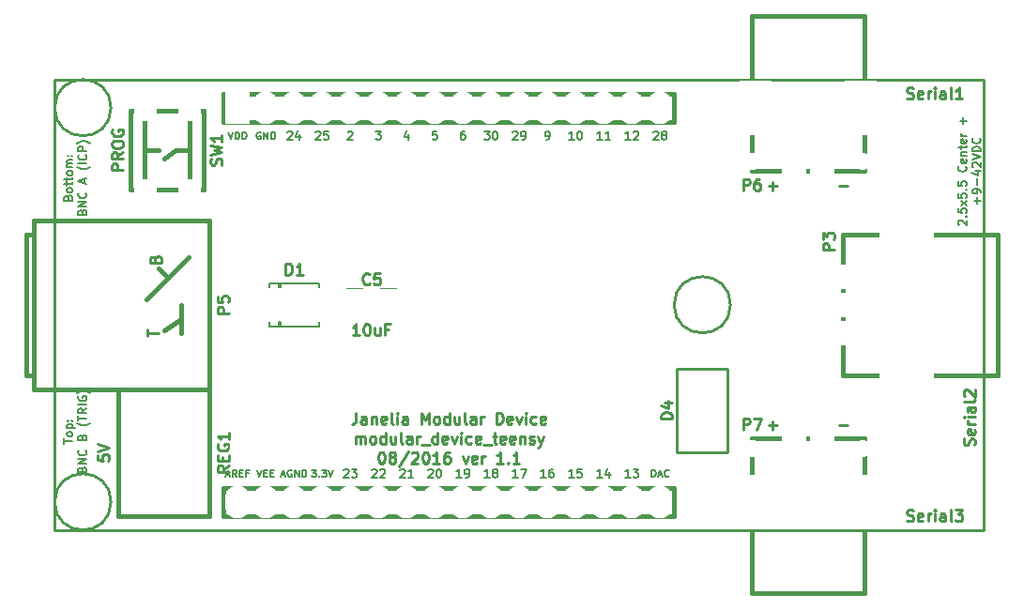
<source format=gto>
G04 #@! TF.FileFunction,Legend,Top*
%FSLAX46Y46*%
G04 Gerber Fmt 4.6, Leading zero omitted, Abs format (unit mm)*
G04 Created by KiCad (PCBNEW 4.1.0-alpha+201608010716+6997~46~ubuntu16.04.1-product) date Mon Aug  8 11:54:26 2016*
%MOMM*%
%LPD*%
G01*
G04 APERTURE LIST*
%ADD10C,0.100000*%
%ADD11C,0.228600*%
%ADD12C,0.190500*%
%ADD13C,0.254000*%
%ADD14C,0.381000*%
%ADD15C,0.127000*%
%ADD16C,0.150000*%
%ADD17C,0.158750*%
%ADD18C,1.600200*%
%ADD19R,4.591000X2.178000*%
%ADD20R,5.029200X2.997200*%
%ADD21O,2.940000X1.924000*%
%ADD22O,5.480000X3.448000*%
%ADD23O,2.432000X1.924000*%
%ADD24O,1.924000X2.432000*%
%ADD25R,1.990040X3.067000*%
%ADD26R,2.178000X4.591000*%
%ADD27R,2.997200X5.029200*%
%ADD28R,4.000000X5.160000*%
%ADD29R,1.800000X1.640000*%
%ADD30R,1.924000X2.940000*%
%ADD31O,1.924000X2.940000*%
%ADD32R,1.670000X2.940000*%
%ADD33C,2.400000*%
%ADD34C,2.600000*%
%ADD35R,3.110000X2.900000*%
%ADD36C,3.956000*%
%ADD37O,2.254200X2.940000*%
%ADD38R,2.254200X2.940000*%
G04 APERTURE END LIST*
D10*
D11*
X143510000Y-79375000D02*
X59690000Y-79375000D01*
X143510000Y-120015000D02*
X143510000Y-79375000D01*
X59690000Y-120015000D02*
X143510000Y-120015000D01*
D12*
X60542714Y-112213571D02*
X60542714Y-111778142D01*
X61304714Y-111995857D02*
X60542714Y-111995857D01*
X61304714Y-111415285D02*
X61268428Y-111487857D01*
X61232142Y-111524142D01*
X61159571Y-111560428D01*
X60941857Y-111560428D01*
X60869285Y-111524142D01*
X60833000Y-111487857D01*
X60796714Y-111415285D01*
X60796714Y-111306428D01*
X60833000Y-111233857D01*
X60869285Y-111197571D01*
X60941857Y-111161285D01*
X61159571Y-111161285D01*
X61232142Y-111197571D01*
X61268428Y-111233857D01*
X61304714Y-111306428D01*
X61304714Y-111415285D01*
X60796714Y-110834714D02*
X61558714Y-110834714D01*
X60833000Y-110834714D02*
X60796714Y-110762142D01*
X60796714Y-110617000D01*
X60833000Y-110544428D01*
X60869285Y-110508142D01*
X60941857Y-110471857D01*
X61159571Y-110471857D01*
X61232142Y-110508142D01*
X61268428Y-110544428D01*
X61304714Y-110617000D01*
X61304714Y-110762142D01*
X61268428Y-110834714D01*
X61232142Y-110145285D02*
X61268428Y-110109000D01*
X61304714Y-110145285D01*
X61268428Y-110181571D01*
X61232142Y-110145285D01*
X61304714Y-110145285D01*
X60833000Y-110145285D02*
X60869285Y-110109000D01*
X60905571Y-110145285D01*
X60869285Y-110181571D01*
X60833000Y-110145285D01*
X60905571Y-110145285D01*
X60905571Y-90024857D02*
X60941857Y-89916000D01*
X60978142Y-89879714D01*
X61050714Y-89843428D01*
X61159571Y-89843428D01*
X61232142Y-89879714D01*
X61268428Y-89916000D01*
X61304714Y-89988571D01*
X61304714Y-90278857D01*
X60542714Y-90278857D01*
X60542714Y-90024857D01*
X60579000Y-89952285D01*
X60615285Y-89916000D01*
X60687857Y-89879714D01*
X60760428Y-89879714D01*
X60833000Y-89916000D01*
X60869285Y-89952285D01*
X60905571Y-90024857D01*
X60905571Y-90278857D01*
X61304714Y-89408000D02*
X61268428Y-89480571D01*
X61232142Y-89516857D01*
X61159571Y-89553142D01*
X60941857Y-89553142D01*
X60869285Y-89516857D01*
X60833000Y-89480571D01*
X60796714Y-89408000D01*
X60796714Y-89299142D01*
X60833000Y-89226571D01*
X60869285Y-89190285D01*
X60941857Y-89154000D01*
X61159571Y-89154000D01*
X61232142Y-89190285D01*
X61268428Y-89226571D01*
X61304714Y-89299142D01*
X61304714Y-89408000D01*
X60796714Y-88936285D02*
X60796714Y-88646000D01*
X60542714Y-88827428D02*
X61195857Y-88827428D01*
X61268428Y-88791142D01*
X61304714Y-88718571D01*
X61304714Y-88646000D01*
X60796714Y-88500857D02*
X60796714Y-88210571D01*
X60542714Y-88392000D02*
X61195857Y-88392000D01*
X61268428Y-88355714D01*
X61304714Y-88283142D01*
X61304714Y-88210571D01*
X61304714Y-87847714D02*
X61268428Y-87920285D01*
X61232142Y-87956571D01*
X61159571Y-87992857D01*
X60941857Y-87992857D01*
X60869285Y-87956571D01*
X60833000Y-87920285D01*
X60796714Y-87847714D01*
X60796714Y-87738857D01*
X60833000Y-87666285D01*
X60869285Y-87630000D01*
X60941857Y-87593714D01*
X61159571Y-87593714D01*
X61232142Y-87630000D01*
X61268428Y-87666285D01*
X61304714Y-87738857D01*
X61304714Y-87847714D01*
X61304714Y-87267142D02*
X60796714Y-87267142D01*
X60869285Y-87267142D02*
X60833000Y-87230857D01*
X60796714Y-87158285D01*
X60796714Y-87049428D01*
X60833000Y-86976857D01*
X60905571Y-86940571D01*
X61304714Y-86940571D01*
X60905571Y-86940571D02*
X60833000Y-86904285D01*
X60796714Y-86831714D01*
X60796714Y-86722857D01*
X60833000Y-86650285D01*
X60905571Y-86614000D01*
X61304714Y-86614000D01*
X61232142Y-86251142D02*
X61268428Y-86214857D01*
X61304714Y-86251142D01*
X61268428Y-86287428D01*
X61232142Y-86251142D01*
X61304714Y-86251142D01*
X60833000Y-86251142D02*
X60869285Y-86214857D01*
X60905571Y-86251142D01*
X60869285Y-86287428D01*
X60833000Y-86251142D01*
X60905571Y-86251142D01*
X142929428Y-90569142D02*
X142929428Y-89988571D01*
X143219714Y-90278857D02*
X142639142Y-90278857D01*
X143219714Y-89589428D02*
X143219714Y-89444285D01*
X143183428Y-89371714D01*
X143147142Y-89335428D01*
X143038285Y-89262857D01*
X142893142Y-89226571D01*
X142602857Y-89226571D01*
X142530285Y-89262857D01*
X142494000Y-89299142D01*
X142457714Y-89371714D01*
X142457714Y-89516857D01*
X142494000Y-89589428D01*
X142530285Y-89625714D01*
X142602857Y-89662000D01*
X142784285Y-89662000D01*
X142856857Y-89625714D01*
X142893142Y-89589428D01*
X142929428Y-89516857D01*
X142929428Y-89371714D01*
X142893142Y-89299142D01*
X142856857Y-89262857D01*
X142784285Y-89226571D01*
X142929428Y-88900000D02*
X142929428Y-88319428D01*
X142711714Y-87630000D02*
X143219714Y-87630000D01*
X142421428Y-87811428D02*
X142965714Y-87992857D01*
X142965714Y-87521142D01*
X142530285Y-87267142D02*
X142494000Y-87230857D01*
X142457714Y-87158285D01*
X142457714Y-86976857D01*
X142494000Y-86904285D01*
X142530285Y-86868000D01*
X142602857Y-86831714D01*
X142675428Y-86831714D01*
X142784285Y-86868000D01*
X143219714Y-87303428D01*
X143219714Y-86831714D01*
X142457714Y-86614000D02*
X143219714Y-86360000D01*
X142457714Y-86106000D01*
X143219714Y-85852000D02*
X142457714Y-85852000D01*
X142457714Y-85670571D01*
X142494000Y-85561714D01*
X142566571Y-85489142D01*
X142639142Y-85452857D01*
X142784285Y-85416571D01*
X142893142Y-85416571D01*
X143038285Y-85452857D01*
X143110857Y-85489142D01*
X143183428Y-85561714D01*
X143219714Y-85670571D01*
X143219714Y-85852000D01*
X143147142Y-84654571D02*
X143183428Y-84690857D01*
X143219714Y-84799714D01*
X143219714Y-84872285D01*
X143183428Y-84981142D01*
X143110857Y-85053714D01*
X143038285Y-85090000D01*
X142893142Y-85126285D01*
X142784285Y-85126285D01*
X142639142Y-85090000D01*
X142566571Y-85053714D01*
X142494000Y-84981142D01*
X142457714Y-84872285D01*
X142457714Y-84799714D01*
X142494000Y-84690857D01*
X142530285Y-84654571D01*
X141260285Y-92492285D02*
X141224000Y-92456000D01*
X141187714Y-92383428D01*
X141187714Y-92202000D01*
X141224000Y-92129428D01*
X141260285Y-92093142D01*
X141332857Y-92056857D01*
X141405428Y-92056857D01*
X141514285Y-92093142D01*
X141949714Y-92528571D01*
X141949714Y-92056857D01*
X141877142Y-91730285D02*
X141913428Y-91694000D01*
X141949714Y-91730285D01*
X141913428Y-91766571D01*
X141877142Y-91730285D01*
X141949714Y-91730285D01*
X141187714Y-91004571D02*
X141187714Y-91367428D01*
X141550571Y-91403714D01*
X141514285Y-91367428D01*
X141478000Y-91294857D01*
X141478000Y-91113428D01*
X141514285Y-91040857D01*
X141550571Y-91004571D01*
X141623142Y-90968285D01*
X141804571Y-90968285D01*
X141877142Y-91004571D01*
X141913428Y-91040857D01*
X141949714Y-91113428D01*
X141949714Y-91294857D01*
X141913428Y-91367428D01*
X141877142Y-91403714D01*
X141949714Y-90714285D02*
X141441714Y-90315142D01*
X141441714Y-90714285D02*
X141949714Y-90315142D01*
X141187714Y-89662000D02*
X141187714Y-90024857D01*
X141550571Y-90061142D01*
X141514285Y-90024857D01*
X141478000Y-89952285D01*
X141478000Y-89770857D01*
X141514285Y-89698285D01*
X141550571Y-89662000D01*
X141623142Y-89625714D01*
X141804571Y-89625714D01*
X141877142Y-89662000D01*
X141913428Y-89698285D01*
X141949714Y-89770857D01*
X141949714Y-89952285D01*
X141913428Y-90024857D01*
X141877142Y-90061142D01*
X141877142Y-89299142D02*
X141913428Y-89262857D01*
X141949714Y-89299142D01*
X141913428Y-89335428D01*
X141877142Y-89299142D01*
X141949714Y-89299142D01*
X141187714Y-88573428D02*
X141187714Y-88936285D01*
X141550571Y-88972571D01*
X141514285Y-88936285D01*
X141478000Y-88863714D01*
X141478000Y-88682285D01*
X141514285Y-88609714D01*
X141550571Y-88573428D01*
X141623142Y-88537142D01*
X141804571Y-88537142D01*
X141877142Y-88573428D01*
X141913428Y-88609714D01*
X141949714Y-88682285D01*
X141949714Y-88863714D01*
X141913428Y-88936285D01*
X141877142Y-88972571D01*
X141877142Y-87194571D02*
X141913428Y-87230857D01*
X141949714Y-87339714D01*
X141949714Y-87412285D01*
X141913428Y-87521142D01*
X141840857Y-87593714D01*
X141768285Y-87630000D01*
X141623142Y-87666285D01*
X141514285Y-87666285D01*
X141369142Y-87630000D01*
X141296571Y-87593714D01*
X141224000Y-87521142D01*
X141187714Y-87412285D01*
X141187714Y-87339714D01*
X141224000Y-87230857D01*
X141260285Y-87194571D01*
X141913428Y-86577714D02*
X141949714Y-86650285D01*
X141949714Y-86795428D01*
X141913428Y-86868000D01*
X141840857Y-86904285D01*
X141550571Y-86904285D01*
X141478000Y-86868000D01*
X141441714Y-86795428D01*
X141441714Y-86650285D01*
X141478000Y-86577714D01*
X141550571Y-86541428D01*
X141623142Y-86541428D01*
X141695714Y-86904285D01*
X141441714Y-86214857D02*
X141949714Y-86214857D01*
X141514285Y-86214857D02*
X141478000Y-86178571D01*
X141441714Y-86106000D01*
X141441714Y-85997142D01*
X141478000Y-85924571D01*
X141550571Y-85888285D01*
X141949714Y-85888285D01*
X141441714Y-85634285D02*
X141441714Y-85344000D01*
X141187714Y-85525428D02*
X141840857Y-85525428D01*
X141913428Y-85489142D01*
X141949714Y-85416571D01*
X141949714Y-85344000D01*
X141913428Y-84799714D02*
X141949714Y-84872285D01*
X141949714Y-85017428D01*
X141913428Y-85090000D01*
X141840857Y-85126285D01*
X141550571Y-85126285D01*
X141478000Y-85090000D01*
X141441714Y-85017428D01*
X141441714Y-84872285D01*
X141478000Y-84799714D01*
X141550571Y-84763428D01*
X141623142Y-84763428D01*
X141695714Y-85126285D01*
X141949714Y-84436857D02*
X141441714Y-84436857D01*
X141586857Y-84436857D02*
X141514285Y-84400571D01*
X141478000Y-84364285D01*
X141441714Y-84291714D01*
X141441714Y-84219142D01*
X141659428Y-83384571D02*
X141659428Y-82804000D01*
X141949714Y-83094285D02*
X141369142Y-83094285D01*
D13*
X136573380Y-119156238D02*
X136718523Y-119204619D01*
X136960428Y-119204619D01*
X137057190Y-119156238D01*
X137105571Y-119107857D01*
X137153952Y-119011095D01*
X137153952Y-118914333D01*
X137105571Y-118817571D01*
X137057190Y-118769190D01*
X136960428Y-118720809D01*
X136766904Y-118672428D01*
X136670142Y-118624047D01*
X136621761Y-118575666D01*
X136573380Y-118478904D01*
X136573380Y-118382142D01*
X136621761Y-118285380D01*
X136670142Y-118237000D01*
X136766904Y-118188619D01*
X137008809Y-118188619D01*
X137153952Y-118237000D01*
X137976428Y-119156238D02*
X137879666Y-119204619D01*
X137686142Y-119204619D01*
X137589380Y-119156238D01*
X137541000Y-119059476D01*
X137541000Y-118672428D01*
X137589380Y-118575666D01*
X137686142Y-118527285D01*
X137879666Y-118527285D01*
X137976428Y-118575666D01*
X138024809Y-118672428D01*
X138024809Y-118769190D01*
X137541000Y-118865952D01*
X138460238Y-119204619D02*
X138460238Y-118527285D01*
X138460238Y-118720809D02*
X138508619Y-118624047D01*
X138557000Y-118575666D01*
X138653761Y-118527285D01*
X138750523Y-118527285D01*
X139089190Y-119204619D02*
X139089190Y-118527285D01*
X139089190Y-118188619D02*
X139040809Y-118237000D01*
X139089190Y-118285380D01*
X139137571Y-118237000D01*
X139089190Y-118188619D01*
X139089190Y-118285380D01*
X140008428Y-119204619D02*
X140008428Y-118672428D01*
X139960047Y-118575666D01*
X139863285Y-118527285D01*
X139669761Y-118527285D01*
X139573000Y-118575666D01*
X140008428Y-119156238D02*
X139911666Y-119204619D01*
X139669761Y-119204619D01*
X139573000Y-119156238D01*
X139524619Y-119059476D01*
X139524619Y-118962714D01*
X139573000Y-118865952D01*
X139669761Y-118817571D01*
X139911666Y-118817571D01*
X140008428Y-118769190D01*
X140637380Y-119204619D02*
X140540619Y-119156238D01*
X140492238Y-119059476D01*
X140492238Y-118188619D01*
X140927666Y-118188619D02*
X141556619Y-118188619D01*
X141217952Y-118575666D01*
X141363095Y-118575666D01*
X141459857Y-118624047D01*
X141508238Y-118672428D01*
X141556619Y-118769190D01*
X141556619Y-119011095D01*
X141508238Y-119107857D01*
X141459857Y-119156238D01*
X141363095Y-119204619D01*
X141072809Y-119204619D01*
X140976047Y-119156238D01*
X140927666Y-119107857D01*
X142651238Y-112346619D02*
X142699619Y-112201476D01*
X142699619Y-111959571D01*
X142651238Y-111862809D01*
X142602857Y-111814428D01*
X142506095Y-111766047D01*
X142409333Y-111766047D01*
X142312571Y-111814428D01*
X142264190Y-111862809D01*
X142215809Y-111959571D01*
X142167428Y-112153095D01*
X142119047Y-112249857D01*
X142070666Y-112298238D01*
X141973904Y-112346619D01*
X141877142Y-112346619D01*
X141780380Y-112298238D01*
X141732000Y-112249857D01*
X141683619Y-112153095D01*
X141683619Y-111911190D01*
X141732000Y-111766047D01*
X142651238Y-110943571D02*
X142699619Y-111040333D01*
X142699619Y-111233857D01*
X142651238Y-111330619D01*
X142554476Y-111379000D01*
X142167428Y-111379000D01*
X142070666Y-111330619D01*
X142022285Y-111233857D01*
X142022285Y-111040333D01*
X142070666Y-110943571D01*
X142167428Y-110895190D01*
X142264190Y-110895190D01*
X142360952Y-111379000D01*
X142699619Y-110459761D02*
X142022285Y-110459761D01*
X142215809Y-110459761D02*
X142119047Y-110411380D01*
X142070666Y-110363000D01*
X142022285Y-110266238D01*
X142022285Y-110169476D01*
X142699619Y-109830809D02*
X142022285Y-109830809D01*
X141683619Y-109830809D02*
X141732000Y-109879190D01*
X141780380Y-109830809D01*
X141732000Y-109782428D01*
X141683619Y-109830809D01*
X141780380Y-109830809D01*
X142699619Y-108911571D02*
X142167428Y-108911571D01*
X142070666Y-108959952D01*
X142022285Y-109056714D01*
X142022285Y-109250238D01*
X142070666Y-109347000D01*
X142651238Y-108911571D02*
X142699619Y-109008333D01*
X142699619Y-109250238D01*
X142651238Y-109347000D01*
X142554476Y-109395380D01*
X142457714Y-109395380D01*
X142360952Y-109347000D01*
X142312571Y-109250238D01*
X142312571Y-109008333D01*
X142264190Y-108911571D01*
X142699619Y-108282619D02*
X142651238Y-108379380D01*
X142554476Y-108427761D01*
X141683619Y-108427761D01*
X141780380Y-107943952D02*
X141732000Y-107895571D01*
X141683619Y-107798809D01*
X141683619Y-107556904D01*
X141732000Y-107460142D01*
X141780380Y-107411761D01*
X141877142Y-107363380D01*
X141973904Y-107363380D01*
X142119047Y-107411761D01*
X142699619Y-107992333D01*
X142699619Y-107363380D01*
X136573380Y-81056238D02*
X136718523Y-81104619D01*
X136960428Y-81104619D01*
X137057190Y-81056238D01*
X137105571Y-81007857D01*
X137153952Y-80911095D01*
X137153952Y-80814333D01*
X137105571Y-80717571D01*
X137057190Y-80669190D01*
X136960428Y-80620809D01*
X136766904Y-80572428D01*
X136670142Y-80524047D01*
X136621761Y-80475666D01*
X136573380Y-80378904D01*
X136573380Y-80282142D01*
X136621761Y-80185380D01*
X136670142Y-80137000D01*
X136766904Y-80088619D01*
X137008809Y-80088619D01*
X137153952Y-80137000D01*
X137976428Y-81056238D02*
X137879666Y-81104619D01*
X137686142Y-81104619D01*
X137589380Y-81056238D01*
X137541000Y-80959476D01*
X137541000Y-80572428D01*
X137589380Y-80475666D01*
X137686142Y-80427285D01*
X137879666Y-80427285D01*
X137976428Y-80475666D01*
X138024809Y-80572428D01*
X138024809Y-80669190D01*
X137541000Y-80765952D01*
X138460238Y-81104619D02*
X138460238Y-80427285D01*
X138460238Y-80620809D02*
X138508619Y-80524047D01*
X138557000Y-80475666D01*
X138653761Y-80427285D01*
X138750523Y-80427285D01*
X139089190Y-81104619D02*
X139089190Y-80427285D01*
X139089190Y-80088619D02*
X139040809Y-80137000D01*
X139089190Y-80185380D01*
X139137571Y-80137000D01*
X139089190Y-80088619D01*
X139089190Y-80185380D01*
X140008428Y-81104619D02*
X140008428Y-80572428D01*
X139960047Y-80475666D01*
X139863285Y-80427285D01*
X139669761Y-80427285D01*
X139573000Y-80475666D01*
X140008428Y-81056238D02*
X139911666Y-81104619D01*
X139669761Y-81104619D01*
X139573000Y-81056238D01*
X139524619Y-80959476D01*
X139524619Y-80862714D01*
X139573000Y-80765952D01*
X139669761Y-80717571D01*
X139911666Y-80717571D01*
X140008428Y-80669190D01*
X140637380Y-81104619D02*
X140540619Y-81056238D01*
X140492238Y-80959476D01*
X140492238Y-80088619D01*
X141556619Y-81104619D02*
X140976047Y-81104619D01*
X141266333Y-81104619D02*
X141266333Y-80088619D01*
X141169571Y-80233761D01*
X141072809Y-80330523D01*
X140976047Y-80378904D01*
X130422952Y-110562571D02*
X131197047Y-110562571D01*
X130422952Y-88972571D02*
X131197047Y-88972571D01*
X124072952Y-88972571D02*
X124847047Y-88972571D01*
X124460000Y-89359619D02*
X124460000Y-88585523D01*
X124072952Y-110562571D02*
X124847047Y-110562571D01*
X124460000Y-110949619D02*
X124460000Y-110175523D01*
X63578619Y-113223523D02*
X63578619Y-113707333D01*
X64062428Y-113755714D01*
X64014047Y-113707333D01*
X63965666Y-113610571D01*
X63965666Y-113368666D01*
X64014047Y-113271904D01*
X64062428Y-113223523D01*
X64159190Y-113175142D01*
X64401095Y-113175142D01*
X64497857Y-113223523D01*
X64546238Y-113271904D01*
X64594619Y-113368666D01*
X64594619Y-113610571D01*
X64546238Y-113707333D01*
X64497857Y-113755714D01*
X63578619Y-112884857D02*
X64594619Y-112546190D01*
X63578619Y-112207523D01*
X86855904Y-109425619D02*
X86855904Y-110151333D01*
X86807523Y-110296476D01*
X86710761Y-110393238D01*
X86565619Y-110441619D01*
X86468857Y-110441619D01*
X87775142Y-110441619D02*
X87775142Y-109909428D01*
X87726761Y-109812666D01*
X87630000Y-109764285D01*
X87436476Y-109764285D01*
X87339714Y-109812666D01*
X87775142Y-110393238D02*
X87678380Y-110441619D01*
X87436476Y-110441619D01*
X87339714Y-110393238D01*
X87291333Y-110296476D01*
X87291333Y-110199714D01*
X87339714Y-110102952D01*
X87436476Y-110054571D01*
X87678380Y-110054571D01*
X87775142Y-110006190D01*
X88258952Y-109764285D02*
X88258952Y-110441619D01*
X88258952Y-109861047D02*
X88307333Y-109812666D01*
X88404095Y-109764285D01*
X88549238Y-109764285D01*
X88646000Y-109812666D01*
X88694380Y-109909428D01*
X88694380Y-110441619D01*
X89565238Y-110393238D02*
X89468476Y-110441619D01*
X89274952Y-110441619D01*
X89178190Y-110393238D01*
X89129809Y-110296476D01*
X89129809Y-109909428D01*
X89178190Y-109812666D01*
X89274952Y-109764285D01*
X89468476Y-109764285D01*
X89565238Y-109812666D01*
X89613619Y-109909428D01*
X89613619Y-110006190D01*
X89129809Y-110102952D01*
X90194190Y-110441619D02*
X90097428Y-110393238D01*
X90049047Y-110296476D01*
X90049047Y-109425619D01*
X90581238Y-110441619D02*
X90581238Y-109764285D01*
X90581238Y-109425619D02*
X90532857Y-109474000D01*
X90581238Y-109522380D01*
X90629619Y-109474000D01*
X90581238Y-109425619D01*
X90581238Y-109522380D01*
X91500476Y-110441619D02*
X91500476Y-109909428D01*
X91452095Y-109812666D01*
X91355333Y-109764285D01*
X91161809Y-109764285D01*
X91065047Y-109812666D01*
X91500476Y-110393238D02*
X91403714Y-110441619D01*
X91161809Y-110441619D01*
X91065047Y-110393238D01*
X91016666Y-110296476D01*
X91016666Y-110199714D01*
X91065047Y-110102952D01*
X91161809Y-110054571D01*
X91403714Y-110054571D01*
X91500476Y-110006190D01*
X92758380Y-110441619D02*
X92758380Y-109425619D01*
X93097047Y-110151333D01*
X93435714Y-109425619D01*
X93435714Y-110441619D01*
X94064666Y-110441619D02*
X93967904Y-110393238D01*
X93919523Y-110344857D01*
X93871142Y-110248095D01*
X93871142Y-109957809D01*
X93919523Y-109861047D01*
X93967904Y-109812666D01*
X94064666Y-109764285D01*
X94209809Y-109764285D01*
X94306571Y-109812666D01*
X94354952Y-109861047D01*
X94403333Y-109957809D01*
X94403333Y-110248095D01*
X94354952Y-110344857D01*
X94306571Y-110393238D01*
X94209809Y-110441619D01*
X94064666Y-110441619D01*
X95274190Y-110441619D02*
X95274190Y-109425619D01*
X95274190Y-110393238D02*
X95177428Y-110441619D01*
X94983904Y-110441619D01*
X94887142Y-110393238D01*
X94838761Y-110344857D01*
X94790380Y-110248095D01*
X94790380Y-109957809D01*
X94838761Y-109861047D01*
X94887142Y-109812666D01*
X94983904Y-109764285D01*
X95177428Y-109764285D01*
X95274190Y-109812666D01*
X96193428Y-109764285D02*
X96193428Y-110441619D01*
X95758000Y-109764285D02*
X95758000Y-110296476D01*
X95806380Y-110393238D01*
X95903142Y-110441619D01*
X96048285Y-110441619D01*
X96145047Y-110393238D01*
X96193428Y-110344857D01*
X96822380Y-110441619D02*
X96725619Y-110393238D01*
X96677238Y-110296476D01*
X96677238Y-109425619D01*
X97644857Y-110441619D02*
X97644857Y-109909428D01*
X97596476Y-109812666D01*
X97499714Y-109764285D01*
X97306190Y-109764285D01*
X97209428Y-109812666D01*
X97644857Y-110393238D02*
X97548095Y-110441619D01*
X97306190Y-110441619D01*
X97209428Y-110393238D01*
X97161047Y-110296476D01*
X97161047Y-110199714D01*
X97209428Y-110102952D01*
X97306190Y-110054571D01*
X97548095Y-110054571D01*
X97644857Y-110006190D01*
X98128666Y-110441619D02*
X98128666Y-109764285D01*
X98128666Y-109957809D02*
X98177047Y-109861047D01*
X98225428Y-109812666D01*
X98322190Y-109764285D01*
X98418952Y-109764285D01*
X99531714Y-110441619D02*
X99531714Y-109425619D01*
X99773619Y-109425619D01*
X99918761Y-109474000D01*
X100015523Y-109570761D01*
X100063904Y-109667523D01*
X100112285Y-109861047D01*
X100112285Y-110006190D01*
X100063904Y-110199714D01*
X100015523Y-110296476D01*
X99918761Y-110393238D01*
X99773619Y-110441619D01*
X99531714Y-110441619D01*
X100934761Y-110393238D02*
X100838000Y-110441619D01*
X100644476Y-110441619D01*
X100547714Y-110393238D01*
X100499333Y-110296476D01*
X100499333Y-109909428D01*
X100547714Y-109812666D01*
X100644476Y-109764285D01*
X100838000Y-109764285D01*
X100934761Y-109812666D01*
X100983142Y-109909428D01*
X100983142Y-110006190D01*
X100499333Y-110102952D01*
X101321809Y-109764285D02*
X101563714Y-110441619D01*
X101805619Y-109764285D01*
X102192666Y-110441619D02*
X102192666Y-109764285D01*
X102192666Y-109425619D02*
X102144285Y-109474000D01*
X102192666Y-109522380D01*
X102241047Y-109474000D01*
X102192666Y-109425619D01*
X102192666Y-109522380D01*
X103111904Y-110393238D02*
X103015142Y-110441619D01*
X102821619Y-110441619D01*
X102724857Y-110393238D01*
X102676476Y-110344857D01*
X102628095Y-110248095D01*
X102628095Y-109957809D01*
X102676476Y-109861047D01*
X102724857Y-109812666D01*
X102821619Y-109764285D01*
X103015142Y-109764285D01*
X103111904Y-109812666D01*
X103934380Y-110393238D02*
X103837619Y-110441619D01*
X103644095Y-110441619D01*
X103547333Y-110393238D01*
X103498952Y-110296476D01*
X103498952Y-109909428D01*
X103547333Y-109812666D01*
X103644095Y-109764285D01*
X103837619Y-109764285D01*
X103934380Y-109812666D01*
X103982761Y-109909428D01*
X103982761Y-110006190D01*
X103498952Y-110102952D01*
X86807523Y-112219619D02*
X86807523Y-111542285D01*
X86807523Y-111639047D02*
X86855904Y-111590666D01*
X86952666Y-111542285D01*
X87097809Y-111542285D01*
X87194571Y-111590666D01*
X87242952Y-111687428D01*
X87242952Y-112219619D01*
X87242952Y-111687428D02*
X87291333Y-111590666D01*
X87388095Y-111542285D01*
X87533238Y-111542285D01*
X87630000Y-111590666D01*
X87678380Y-111687428D01*
X87678380Y-112219619D01*
X88307333Y-112219619D02*
X88210571Y-112171238D01*
X88162190Y-112122857D01*
X88113809Y-112026095D01*
X88113809Y-111735809D01*
X88162190Y-111639047D01*
X88210571Y-111590666D01*
X88307333Y-111542285D01*
X88452476Y-111542285D01*
X88549238Y-111590666D01*
X88597619Y-111639047D01*
X88646000Y-111735809D01*
X88646000Y-112026095D01*
X88597619Y-112122857D01*
X88549238Y-112171238D01*
X88452476Y-112219619D01*
X88307333Y-112219619D01*
X89516857Y-112219619D02*
X89516857Y-111203619D01*
X89516857Y-112171238D02*
X89420095Y-112219619D01*
X89226571Y-112219619D01*
X89129809Y-112171238D01*
X89081428Y-112122857D01*
X89033047Y-112026095D01*
X89033047Y-111735809D01*
X89081428Y-111639047D01*
X89129809Y-111590666D01*
X89226571Y-111542285D01*
X89420095Y-111542285D01*
X89516857Y-111590666D01*
X90436095Y-111542285D02*
X90436095Y-112219619D01*
X90000666Y-111542285D02*
X90000666Y-112074476D01*
X90049047Y-112171238D01*
X90145809Y-112219619D01*
X90290952Y-112219619D01*
X90387714Y-112171238D01*
X90436095Y-112122857D01*
X91065047Y-112219619D02*
X90968285Y-112171238D01*
X90919904Y-112074476D01*
X90919904Y-111203619D01*
X91887523Y-112219619D02*
X91887523Y-111687428D01*
X91839142Y-111590666D01*
X91742380Y-111542285D01*
X91548857Y-111542285D01*
X91452095Y-111590666D01*
X91887523Y-112171238D02*
X91790761Y-112219619D01*
X91548857Y-112219619D01*
X91452095Y-112171238D01*
X91403714Y-112074476D01*
X91403714Y-111977714D01*
X91452095Y-111880952D01*
X91548857Y-111832571D01*
X91790761Y-111832571D01*
X91887523Y-111784190D01*
X92371333Y-112219619D02*
X92371333Y-111542285D01*
X92371333Y-111735809D02*
X92419714Y-111639047D01*
X92468095Y-111590666D01*
X92564857Y-111542285D01*
X92661619Y-111542285D01*
X92758380Y-112316380D02*
X93532476Y-112316380D01*
X94209809Y-112219619D02*
X94209809Y-111203619D01*
X94209809Y-112171238D02*
X94113047Y-112219619D01*
X93919523Y-112219619D01*
X93822761Y-112171238D01*
X93774380Y-112122857D01*
X93726000Y-112026095D01*
X93726000Y-111735809D01*
X93774380Y-111639047D01*
X93822761Y-111590666D01*
X93919523Y-111542285D01*
X94113047Y-111542285D01*
X94209809Y-111590666D01*
X95080666Y-112171238D02*
X94983904Y-112219619D01*
X94790380Y-112219619D01*
X94693619Y-112171238D01*
X94645238Y-112074476D01*
X94645238Y-111687428D01*
X94693619Y-111590666D01*
X94790380Y-111542285D01*
X94983904Y-111542285D01*
X95080666Y-111590666D01*
X95129047Y-111687428D01*
X95129047Y-111784190D01*
X94645238Y-111880952D01*
X95467714Y-111542285D02*
X95709619Y-112219619D01*
X95951523Y-111542285D01*
X96338571Y-112219619D02*
X96338571Y-111542285D01*
X96338571Y-111203619D02*
X96290190Y-111252000D01*
X96338571Y-111300380D01*
X96386952Y-111252000D01*
X96338571Y-111203619D01*
X96338571Y-111300380D01*
X97257809Y-112171238D02*
X97161047Y-112219619D01*
X96967523Y-112219619D01*
X96870761Y-112171238D01*
X96822380Y-112122857D01*
X96774000Y-112026095D01*
X96774000Y-111735809D01*
X96822380Y-111639047D01*
X96870761Y-111590666D01*
X96967523Y-111542285D01*
X97161047Y-111542285D01*
X97257809Y-111590666D01*
X98080285Y-112171238D02*
X97983523Y-112219619D01*
X97790000Y-112219619D01*
X97693238Y-112171238D01*
X97644857Y-112074476D01*
X97644857Y-111687428D01*
X97693238Y-111590666D01*
X97790000Y-111542285D01*
X97983523Y-111542285D01*
X98080285Y-111590666D01*
X98128666Y-111687428D01*
X98128666Y-111784190D01*
X97644857Y-111880952D01*
X98322190Y-112316380D02*
X99096285Y-112316380D01*
X99193047Y-111542285D02*
X99580095Y-111542285D01*
X99338190Y-111203619D02*
X99338190Y-112074476D01*
X99386571Y-112171238D01*
X99483333Y-112219619D01*
X99580095Y-112219619D01*
X100305809Y-112171238D02*
X100209047Y-112219619D01*
X100015523Y-112219619D01*
X99918761Y-112171238D01*
X99870380Y-112074476D01*
X99870380Y-111687428D01*
X99918761Y-111590666D01*
X100015523Y-111542285D01*
X100209047Y-111542285D01*
X100305809Y-111590666D01*
X100354190Y-111687428D01*
X100354190Y-111784190D01*
X99870380Y-111880952D01*
X101176666Y-112171238D02*
X101079904Y-112219619D01*
X100886380Y-112219619D01*
X100789619Y-112171238D01*
X100741238Y-112074476D01*
X100741238Y-111687428D01*
X100789619Y-111590666D01*
X100886380Y-111542285D01*
X101079904Y-111542285D01*
X101176666Y-111590666D01*
X101225047Y-111687428D01*
X101225047Y-111784190D01*
X100741238Y-111880952D01*
X101660476Y-111542285D02*
X101660476Y-112219619D01*
X101660476Y-111639047D02*
X101708857Y-111590666D01*
X101805619Y-111542285D01*
X101950761Y-111542285D01*
X102047523Y-111590666D01*
X102095904Y-111687428D01*
X102095904Y-112219619D01*
X102531333Y-112171238D02*
X102628095Y-112219619D01*
X102821619Y-112219619D01*
X102918380Y-112171238D01*
X102966761Y-112074476D01*
X102966761Y-112026095D01*
X102918380Y-111929333D01*
X102821619Y-111880952D01*
X102676476Y-111880952D01*
X102579714Y-111832571D01*
X102531333Y-111735809D01*
X102531333Y-111687428D01*
X102579714Y-111590666D01*
X102676476Y-111542285D01*
X102821619Y-111542285D01*
X102918380Y-111590666D01*
X103305428Y-111542285D02*
X103547333Y-112219619D01*
X103789238Y-111542285D02*
X103547333Y-112219619D01*
X103450571Y-112461523D01*
X103402190Y-112509904D01*
X103305428Y-112558285D01*
X89129809Y-112981619D02*
X89226571Y-112981619D01*
X89323333Y-113030000D01*
X89371714Y-113078380D01*
X89420095Y-113175142D01*
X89468476Y-113368666D01*
X89468476Y-113610571D01*
X89420095Y-113804095D01*
X89371714Y-113900857D01*
X89323333Y-113949238D01*
X89226571Y-113997619D01*
X89129809Y-113997619D01*
X89033047Y-113949238D01*
X88984666Y-113900857D01*
X88936285Y-113804095D01*
X88887904Y-113610571D01*
X88887904Y-113368666D01*
X88936285Y-113175142D01*
X88984666Y-113078380D01*
X89033047Y-113030000D01*
X89129809Y-112981619D01*
X90049047Y-113417047D02*
X89952285Y-113368666D01*
X89903904Y-113320285D01*
X89855523Y-113223523D01*
X89855523Y-113175142D01*
X89903904Y-113078380D01*
X89952285Y-113030000D01*
X90049047Y-112981619D01*
X90242571Y-112981619D01*
X90339333Y-113030000D01*
X90387714Y-113078380D01*
X90436095Y-113175142D01*
X90436095Y-113223523D01*
X90387714Y-113320285D01*
X90339333Y-113368666D01*
X90242571Y-113417047D01*
X90049047Y-113417047D01*
X89952285Y-113465428D01*
X89903904Y-113513809D01*
X89855523Y-113610571D01*
X89855523Y-113804095D01*
X89903904Y-113900857D01*
X89952285Y-113949238D01*
X90049047Y-113997619D01*
X90242571Y-113997619D01*
X90339333Y-113949238D01*
X90387714Y-113900857D01*
X90436095Y-113804095D01*
X90436095Y-113610571D01*
X90387714Y-113513809D01*
X90339333Y-113465428D01*
X90242571Y-113417047D01*
X91597238Y-112933238D02*
X90726380Y-114239523D01*
X91887523Y-113078380D02*
X91935904Y-113030000D01*
X92032666Y-112981619D01*
X92274571Y-112981619D01*
X92371333Y-113030000D01*
X92419714Y-113078380D01*
X92468095Y-113175142D01*
X92468095Y-113271904D01*
X92419714Y-113417047D01*
X91839142Y-113997619D01*
X92468095Y-113997619D01*
X93097047Y-112981619D02*
X93193809Y-112981619D01*
X93290571Y-113030000D01*
X93338952Y-113078380D01*
X93387333Y-113175142D01*
X93435714Y-113368666D01*
X93435714Y-113610571D01*
X93387333Y-113804095D01*
X93338952Y-113900857D01*
X93290571Y-113949238D01*
X93193809Y-113997619D01*
X93097047Y-113997619D01*
X93000285Y-113949238D01*
X92951904Y-113900857D01*
X92903523Y-113804095D01*
X92855142Y-113610571D01*
X92855142Y-113368666D01*
X92903523Y-113175142D01*
X92951904Y-113078380D01*
X93000285Y-113030000D01*
X93097047Y-112981619D01*
X94403333Y-113997619D02*
X93822761Y-113997619D01*
X94113047Y-113997619D02*
X94113047Y-112981619D01*
X94016285Y-113126761D01*
X93919523Y-113223523D01*
X93822761Y-113271904D01*
X95274190Y-112981619D02*
X95080666Y-112981619D01*
X94983904Y-113030000D01*
X94935523Y-113078380D01*
X94838761Y-113223523D01*
X94790380Y-113417047D01*
X94790380Y-113804095D01*
X94838761Y-113900857D01*
X94887142Y-113949238D01*
X94983904Y-113997619D01*
X95177428Y-113997619D01*
X95274190Y-113949238D01*
X95322571Y-113900857D01*
X95370952Y-113804095D01*
X95370952Y-113562190D01*
X95322571Y-113465428D01*
X95274190Y-113417047D01*
X95177428Y-113368666D01*
X94983904Y-113368666D01*
X94887142Y-113417047D01*
X94838761Y-113465428D01*
X94790380Y-113562190D01*
X96483714Y-113320285D02*
X96725619Y-113997619D01*
X96967523Y-113320285D01*
X97741619Y-113949238D02*
X97644857Y-113997619D01*
X97451333Y-113997619D01*
X97354571Y-113949238D01*
X97306190Y-113852476D01*
X97306190Y-113465428D01*
X97354571Y-113368666D01*
X97451333Y-113320285D01*
X97644857Y-113320285D01*
X97741619Y-113368666D01*
X97790000Y-113465428D01*
X97790000Y-113562190D01*
X97306190Y-113658952D01*
X98225428Y-113997619D02*
X98225428Y-113320285D01*
X98225428Y-113513809D02*
X98273809Y-113417047D01*
X98322190Y-113368666D01*
X98418952Y-113320285D01*
X98515714Y-113320285D01*
X100160666Y-113997619D02*
X99580095Y-113997619D01*
X99870380Y-113997619D02*
X99870380Y-112981619D01*
X99773619Y-113126761D01*
X99676857Y-113223523D01*
X99580095Y-113271904D01*
X100596095Y-113900857D02*
X100644476Y-113949238D01*
X100596095Y-113997619D01*
X100547714Y-113949238D01*
X100596095Y-113900857D01*
X100596095Y-113997619D01*
X101612095Y-113997619D02*
X101031523Y-113997619D01*
X101321809Y-113997619D02*
X101321809Y-112981619D01*
X101225047Y-113126761D01*
X101128285Y-113223523D01*
X101031523Y-113271904D01*
D11*
X59690000Y-79375000D02*
X59690000Y-120015000D01*
D14*
X144780000Y-93345000D02*
X144780000Y-106045000D01*
X144780000Y-106045000D02*
X130810000Y-106045000D01*
X144780000Y-93345000D02*
X130810000Y-93345000D01*
X130810000Y-93345000D02*
X130810000Y-106045000D01*
X65405000Y-118745000D02*
X73660000Y-118745000D01*
X73660000Y-118745000D02*
X73660000Y-107315000D01*
X73660000Y-107315000D02*
X65405000Y-107315000D01*
X65405000Y-107315000D02*
X65405000Y-118745000D01*
X69850000Y-97155000D02*
X69088000Y-96393000D01*
X71120000Y-100965000D02*
X69596000Y-101981000D01*
X57785000Y-106045000D02*
X57150000Y-106045000D01*
X57150000Y-106045000D02*
X57150000Y-93345000D01*
X57150000Y-93345000D02*
X57785000Y-93345000D01*
X57785000Y-107315000D02*
X73660000Y-107315000D01*
X73660000Y-107315000D02*
X73660000Y-92075000D01*
X73660000Y-92075000D02*
X57785000Y-92075000D01*
X57785000Y-92075000D02*
X57785000Y-107315000D01*
X71755000Y-95377000D02*
X67945000Y-99187000D01*
X71120000Y-99695000D02*
X71120000Y-102235000D01*
X70612000Y-85725000D02*
X69596000Y-86487000D01*
X71882000Y-85725000D02*
X70612000Y-85725000D01*
X67818000Y-85725000D02*
X69088000Y-85725000D01*
X71882000Y-88265000D02*
X71882000Y-83185000D01*
X67818000Y-88265000D02*
X67818000Y-83185000D01*
X66548000Y-89281000D02*
X73152000Y-89281000D01*
X73152000Y-89281000D02*
X73152000Y-82169000D01*
X73152000Y-82169000D02*
X66548000Y-82169000D01*
X66548000Y-82169000D02*
X66548000Y-89281000D01*
X122555000Y-73660000D02*
X132715000Y-73660000D01*
X132715000Y-73660000D02*
X132715000Y-87630000D01*
X122555000Y-73660000D02*
X122555000Y-87630000D01*
X122555000Y-87630000D02*
X132715000Y-87630000D01*
X132715000Y-125730000D02*
X122555000Y-125730000D01*
X122555000Y-125730000D02*
X122555000Y-111760000D01*
X132715000Y-125730000D02*
X132715000Y-111760000D01*
X132715000Y-111760000D02*
X122555000Y-111760000D01*
D11*
X115810000Y-105470000D02*
X120410000Y-105470000D01*
X120410000Y-105470000D02*
X120410000Y-112970000D01*
X120410000Y-112970000D02*
X115810000Y-112970000D01*
X115810000Y-112970000D02*
X115810000Y-105470000D01*
D15*
X87503000Y-98298000D02*
X85979000Y-98298000D01*
X85979000Y-98298000D02*
X85979000Y-101092000D01*
X85979000Y-101092000D02*
X87503000Y-101092000D01*
X89027000Y-101092000D02*
X90551000Y-101092000D01*
X90551000Y-101092000D02*
X90551000Y-98298000D01*
X90551000Y-98298000D02*
X89027000Y-98298000D01*
D16*
X79030000Y-97745000D02*
X79030000Y-98145000D01*
X79030000Y-101645000D02*
X79030000Y-101245000D01*
X83530000Y-101645000D02*
X83530000Y-101245000D01*
X83530000Y-97745000D02*
X83530000Y-98145000D01*
X79930000Y-101645000D02*
X79930000Y-101245000D01*
X79930000Y-101245000D02*
X80080000Y-101245000D01*
X80080000Y-101245000D02*
X80080000Y-101645000D01*
X79930000Y-97745000D02*
X79930000Y-98145000D01*
X79930000Y-98145000D02*
X80080000Y-98145000D01*
X80080000Y-98145000D02*
X80080000Y-97745000D01*
X79030000Y-97745000D02*
X83530000Y-97745000D01*
X83530000Y-101645000D02*
X79030000Y-101645000D01*
D11*
X64770000Y-81915000D02*
G75*
G03X64770000Y-81915000I-2540000J0D01*
G01*
X64770000Y-117475000D02*
G75*
G03X64770000Y-117475000I-2540000J0D01*
G01*
X120650000Y-99695000D02*
G75*
G03X120650000Y-99695000I-2540000J0D01*
G01*
D14*
X74930000Y-116205000D02*
X74930000Y-118745000D01*
X74930000Y-118745000D02*
X115570000Y-118745000D01*
X115570000Y-118745000D02*
X115570000Y-116205000D01*
X115570000Y-116205000D02*
X74930000Y-116205000D01*
X74930000Y-80645000D02*
X74930000Y-83185000D01*
X74930000Y-83185000D02*
X115570000Y-83185000D01*
X115570000Y-83185000D02*
X115570000Y-80645000D01*
X115570000Y-80645000D02*
X74930000Y-80645000D01*
D13*
X129999619Y-94729904D02*
X128983619Y-94729904D01*
X128983619Y-94342857D01*
X129032000Y-94246095D01*
X129080380Y-94197714D01*
X129177142Y-94149333D01*
X129322285Y-94149333D01*
X129419047Y-94197714D01*
X129467428Y-94246095D01*
X129515809Y-94342857D01*
X129515809Y-94729904D01*
X128983619Y-93810666D02*
X128983619Y-93181714D01*
X129370666Y-93520380D01*
X129370666Y-93375238D01*
X129419047Y-93278476D01*
X129467428Y-93230095D01*
X129564190Y-93181714D01*
X129806095Y-93181714D01*
X129902857Y-93230095D01*
X129951238Y-93278476D01*
X129999619Y-93375238D01*
X129999619Y-93665523D01*
X129951238Y-93762285D01*
X129902857Y-93810666D01*
X75389619Y-114166952D02*
X74905809Y-114505619D01*
X75389619Y-114747523D02*
X74373619Y-114747523D01*
X74373619Y-114360476D01*
X74422000Y-114263714D01*
X74470380Y-114215333D01*
X74567142Y-114166952D01*
X74712285Y-114166952D01*
X74809047Y-114215333D01*
X74857428Y-114263714D01*
X74905809Y-114360476D01*
X74905809Y-114747523D01*
X74857428Y-113731523D02*
X74857428Y-113392857D01*
X75389619Y-113247714D02*
X75389619Y-113731523D01*
X74373619Y-113731523D01*
X74373619Y-113247714D01*
X74422000Y-112280095D02*
X74373619Y-112376857D01*
X74373619Y-112522000D01*
X74422000Y-112667142D01*
X74518761Y-112763904D01*
X74615523Y-112812285D01*
X74809047Y-112860666D01*
X74954190Y-112860666D01*
X75147714Y-112812285D01*
X75244476Y-112763904D01*
X75341238Y-112667142D01*
X75389619Y-112522000D01*
X75389619Y-112425238D01*
X75341238Y-112280095D01*
X75292857Y-112231714D01*
X74954190Y-112231714D01*
X74954190Y-112425238D01*
X75389619Y-111264095D02*
X75389619Y-111844666D01*
X75389619Y-111554380D02*
X74373619Y-111554380D01*
X74518761Y-111651142D01*
X74615523Y-111747904D01*
X74663904Y-111844666D01*
X75389619Y-100444904D02*
X74373619Y-100444904D01*
X74373619Y-100057857D01*
X74422000Y-99961095D01*
X74470380Y-99912714D01*
X74567142Y-99864333D01*
X74712285Y-99864333D01*
X74809047Y-99912714D01*
X74857428Y-99961095D01*
X74905809Y-100057857D01*
X74905809Y-100444904D01*
X74373619Y-98945095D02*
X74373619Y-99428904D01*
X74857428Y-99477285D01*
X74809047Y-99428904D01*
X74760666Y-99332142D01*
X74760666Y-99090238D01*
X74809047Y-98993476D01*
X74857428Y-98945095D01*
X74954190Y-98896714D01*
X75196095Y-98896714D01*
X75292857Y-98945095D01*
X75341238Y-98993476D01*
X75389619Y-99090238D01*
X75389619Y-99332142D01*
X75341238Y-99428904D01*
X75292857Y-99477285D01*
D12*
X62175571Y-114554000D02*
X62211857Y-114445142D01*
X62248142Y-114408857D01*
X62320714Y-114372571D01*
X62429571Y-114372571D01*
X62502142Y-114408857D01*
X62538428Y-114445142D01*
X62574714Y-114517714D01*
X62574714Y-114808000D01*
X61812714Y-114808000D01*
X61812714Y-114554000D01*
X61849000Y-114481428D01*
X61885285Y-114445142D01*
X61957857Y-114408857D01*
X62030428Y-114408857D01*
X62103000Y-114445142D01*
X62139285Y-114481428D01*
X62175571Y-114554000D01*
X62175571Y-114808000D01*
X62574714Y-114046000D02*
X61812714Y-114046000D01*
X62574714Y-113610571D01*
X61812714Y-113610571D01*
X62502142Y-112812285D02*
X62538428Y-112848571D01*
X62574714Y-112957428D01*
X62574714Y-113030000D01*
X62538428Y-113138857D01*
X62465857Y-113211428D01*
X62393285Y-113247714D01*
X62248142Y-113284000D01*
X62139285Y-113284000D01*
X61994142Y-113247714D01*
X61921571Y-113211428D01*
X61849000Y-113138857D01*
X61812714Y-113030000D01*
X61812714Y-112957428D01*
X61849000Y-112848571D01*
X61885285Y-112812285D01*
X62175571Y-111651142D02*
X62211857Y-111542285D01*
X62248142Y-111506000D01*
X62320714Y-111469714D01*
X62429571Y-111469714D01*
X62502142Y-111506000D01*
X62538428Y-111542285D01*
X62574714Y-111614857D01*
X62574714Y-111905142D01*
X61812714Y-111905142D01*
X61812714Y-111651142D01*
X61849000Y-111578571D01*
X61885285Y-111542285D01*
X61957857Y-111506000D01*
X62030428Y-111506000D01*
X62103000Y-111542285D01*
X62139285Y-111578571D01*
X62175571Y-111651142D01*
X62175571Y-111905142D01*
X62865000Y-110344857D02*
X62828714Y-110381142D01*
X62719857Y-110453714D01*
X62647285Y-110490000D01*
X62538428Y-110526285D01*
X62357000Y-110562571D01*
X62211857Y-110562571D01*
X62030428Y-110526285D01*
X61921571Y-110490000D01*
X61849000Y-110453714D01*
X61740142Y-110381142D01*
X61703857Y-110344857D01*
X61812714Y-110163428D02*
X61812714Y-109728000D01*
X62574714Y-109945714D02*
X61812714Y-109945714D01*
X62574714Y-109038571D02*
X62211857Y-109292571D01*
X62574714Y-109474000D02*
X61812714Y-109474000D01*
X61812714Y-109183714D01*
X61849000Y-109111142D01*
X61885285Y-109074857D01*
X61957857Y-109038571D01*
X62066714Y-109038571D01*
X62139285Y-109074857D01*
X62175571Y-109111142D01*
X62211857Y-109183714D01*
X62211857Y-109474000D01*
X62574714Y-108712000D02*
X61812714Y-108712000D01*
X61849000Y-107950000D02*
X61812714Y-108022571D01*
X61812714Y-108131428D01*
X61849000Y-108240285D01*
X61921571Y-108312857D01*
X61994142Y-108349142D01*
X62139285Y-108385428D01*
X62248142Y-108385428D01*
X62393285Y-108349142D01*
X62465857Y-108312857D01*
X62538428Y-108240285D01*
X62574714Y-108131428D01*
X62574714Y-108058857D01*
X62538428Y-107950000D01*
X62502142Y-107913714D01*
X62248142Y-107913714D01*
X62248142Y-108058857D01*
X62865000Y-107659714D02*
X62828714Y-107623428D01*
X62719857Y-107550857D01*
X62647285Y-107514571D01*
X62538428Y-107478285D01*
X62357000Y-107442000D01*
X62211857Y-107442000D01*
X62030428Y-107478285D01*
X61921571Y-107514571D01*
X61849000Y-107550857D01*
X61740142Y-107623428D01*
X61703857Y-107659714D01*
X62175571Y-91349285D02*
X62211857Y-91240428D01*
X62248142Y-91204142D01*
X62320714Y-91167857D01*
X62429571Y-91167857D01*
X62502142Y-91204142D01*
X62538428Y-91240428D01*
X62574714Y-91313000D01*
X62574714Y-91603285D01*
X61812714Y-91603285D01*
X61812714Y-91349285D01*
X61849000Y-91276714D01*
X61885285Y-91240428D01*
X61957857Y-91204142D01*
X62030428Y-91204142D01*
X62103000Y-91240428D01*
X62139285Y-91276714D01*
X62175571Y-91349285D01*
X62175571Y-91603285D01*
X62574714Y-90841285D02*
X61812714Y-90841285D01*
X62574714Y-90405857D01*
X61812714Y-90405857D01*
X62502142Y-89607571D02*
X62538428Y-89643857D01*
X62574714Y-89752714D01*
X62574714Y-89825285D01*
X62538428Y-89934142D01*
X62465857Y-90006714D01*
X62393285Y-90043000D01*
X62248142Y-90079285D01*
X62139285Y-90079285D01*
X61994142Y-90043000D01*
X61921571Y-90006714D01*
X61849000Y-89934142D01*
X61812714Y-89825285D01*
X61812714Y-89752714D01*
X61849000Y-89643857D01*
X61885285Y-89607571D01*
X62357000Y-88736714D02*
X62357000Y-88373857D01*
X62574714Y-88809285D02*
X61812714Y-88555285D01*
X62574714Y-88301285D01*
X62865000Y-87249000D02*
X62828714Y-87285285D01*
X62719857Y-87357857D01*
X62647285Y-87394142D01*
X62538428Y-87430428D01*
X62357000Y-87466714D01*
X62211857Y-87466714D01*
X62030428Y-87430428D01*
X61921571Y-87394142D01*
X61849000Y-87357857D01*
X61740142Y-87285285D01*
X61703857Y-87249000D01*
X62574714Y-86958714D02*
X61812714Y-86958714D01*
X62502142Y-86160428D02*
X62538428Y-86196714D01*
X62574714Y-86305571D01*
X62574714Y-86378142D01*
X62538428Y-86487000D01*
X62465857Y-86559571D01*
X62393285Y-86595857D01*
X62248142Y-86632142D01*
X62139285Y-86632142D01*
X61994142Y-86595857D01*
X61921571Y-86559571D01*
X61849000Y-86487000D01*
X61812714Y-86378142D01*
X61812714Y-86305571D01*
X61849000Y-86196714D01*
X61885285Y-86160428D01*
X62574714Y-85833857D02*
X61812714Y-85833857D01*
X61812714Y-85543571D01*
X61849000Y-85471000D01*
X61885285Y-85434714D01*
X61957857Y-85398428D01*
X62066714Y-85398428D01*
X62139285Y-85434714D01*
X62175571Y-85471000D01*
X62211857Y-85543571D01*
X62211857Y-85833857D01*
X62865000Y-85144428D02*
X62828714Y-85108142D01*
X62719857Y-85035571D01*
X62647285Y-84999285D01*
X62538428Y-84963000D01*
X62357000Y-84926714D01*
X62211857Y-84926714D01*
X62030428Y-84963000D01*
X61921571Y-84999285D01*
X61849000Y-85035571D01*
X61740142Y-85108142D01*
X61703857Y-85144428D01*
D13*
X68761428Y-95558428D02*
X68809809Y-95413285D01*
X68858190Y-95364904D01*
X68954952Y-95316523D01*
X69100095Y-95316523D01*
X69196857Y-95364904D01*
X69245238Y-95413285D01*
X69293619Y-95510047D01*
X69293619Y-95897095D01*
X68277619Y-95897095D01*
X68277619Y-95558428D01*
X68326000Y-95461666D01*
X68374380Y-95413285D01*
X68471142Y-95364904D01*
X68567904Y-95364904D01*
X68664666Y-95413285D01*
X68713047Y-95461666D01*
X68761428Y-95558428D01*
X68761428Y-95897095D01*
X68023619Y-102525285D02*
X68023619Y-101944714D01*
X69039619Y-102235000D02*
X68023619Y-102235000D01*
X74706238Y-87079666D02*
X74754619Y-86934523D01*
X74754619Y-86692619D01*
X74706238Y-86595857D01*
X74657857Y-86547476D01*
X74561095Y-86499095D01*
X74464333Y-86499095D01*
X74367571Y-86547476D01*
X74319190Y-86595857D01*
X74270809Y-86692619D01*
X74222428Y-86886142D01*
X74174047Y-86982904D01*
X74125666Y-87031285D01*
X74028904Y-87079666D01*
X73932142Y-87079666D01*
X73835380Y-87031285D01*
X73787000Y-86982904D01*
X73738619Y-86886142D01*
X73738619Y-86644238D01*
X73787000Y-86499095D01*
X73738619Y-86160428D02*
X74754619Y-85918523D01*
X74028904Y-85725000D01*
X74754619Y-85531476D01*
X73738619Y-85289571D01*
X74754619Y-84370333D02*
X74754619Y-84950904D01*
X74754619Y-84660619D02*
X73738619Y-84660619D01*
X73883761Y-84757380D01*
X73980523Y-84854142D01*
X74028904Y-84950904D01*
X65864619Y-87539285D02*
X64848619Y-87539285D01*
X64848619Y-87152238D01*
X64897000Y-87055476D01*
X64945380Y-87007095D01*
X65042142Y-86958714D01*
X65187285Y-86958714D01*
X65284047Y-87007095D01*
X65332428Y-87055476D01*
X65380809Y-87152238D01*
X65380809Y-87539285D01*
X65864619Y-85942714D02*
X65380809Y-86281380D01*
X65864619Y-86523285D02*
X64848619Y-86523285D01*
X64848619Y-86136238D01*
X64897000Y-86039476D01*
X64945380Y-85991095D01*
X65042142Y-85942714D01*
X65187285Y-85942714D01*
X65284047Y-85991095D01*
X65332428Y-86039476D01*
X65380809Y-86136238D01*
X65380809Y-86523285D01*
X64848619Y-85313761D02*
X64848619Y-85120238D01*
X64897000Y-85023476D01*
X64993761Y-84926714D01*
X65187285Y-84878333D01*
X65525952Y-84878333D01*
X65719476Y-84926714D01*
X65816238Y-85023476D01*
X65864619Y-85120238D01*
X65864619Y-85313761D01*
X65816238Y-85410523D01*
X65719476Y-85507285D01*
X65525952Y-85555666D01*
X65187285Y-85555666D01*
X64993761Y-85507285D01*
X64897000Y-85410523D01*
X64848619Y-85313761D01*
X64897000Y-83910714D02*
X64848619Y-84007476D01*
X64848619Y-84152619D01*
X64897000Y-84297761D01*
X64993761Y-84394523D01*
X65090523Y-84442904D01*
X65284047Y-84491285D01*
X65429190Y-84491285D01*
X65622714Y-84442904D01*
X65719476Y-84394523D01*
X65816238Y-84297761D01*
X65864619Y-84152619D01*
X65864619Y-84055857D01*
X65816238Y-83910714D01*
X65767857Y-83862333D01*
X65429190Y-83862333D01*
X65429190Y-84055857D01*
X121805095Y-89359619D02*
X121805095Y-88343619D01*
X122192142Y-88343619D01*
X122288904Y-88392000D01*
X122337285Y-88440380D01*
X122385666Y-88537142D01*
X122385666Y-88682285D01*
X122337285Y-88779047D01*
X122288904Y-88827428D01*
X122192142Y-88875809D01*
X121805095Y-88875809D01*
X123256523Y-88343619D02*
X123063000Y-88343619D01*
X122966238Y-88392000D01*
X122917857Y-88440380D01*
X122821095Y-88585523D01*
X122772714Y-88779047D01*
X122772714Y-89166095D01*
X122821095Y-89262857D01*
X122869476Y-89311238D01*
X122966238Y-89359619D01*
X123159761Y-89359619D01*
X123256523Y-89311238D01*
X123304904Y-89262857D01*
X123353285Y-89166095D01*
X123353285Y-88924190D01*
X123304904Y-88827428D01*
X123256523Y-88779047D01*
X123159761Y-88730666D01*
X122966238Y-88730666D01*
X122869476Y-88779047D01*
X122821095Y-88827428D01*
X122772714Y-88924190D01*
X121805095Y-110949619D02*
X121805095Y-109933619D01*
X122192142Y-109933619D01*
X122288904Y-109982000D01*
X122337285Y-110030380D01*
X122385666Y-110127142D01*
X122385666Y-110272285D01*
X122337285Y-110369047D01*
X122288904Y-110417428D01*
X122192142Y-110465809D01*
X121805095Y-110465809D01*
X122724333Y-109933619D02*
X123401666Y-109933619D01*
X122966238Y-110949619D01*
X115394619Y-109969904D02*
X114378619Y-109969904D01*
X114378619Y-109728000D01*
X114427000Y-109582857D01*
X114523761Y-109486095D01*
X114620523Y-109437714D01*
X114814047Y-109389333D01*
X114959190Y-109389333D01*
X115152714Y-109437714D01*
X115249476Y-109486095D01*
X115346238Y-109582857D01*
X115394619Y-109728000D01*
X115394619Y-109969904D01*
X114717285Y-108518476D02*
X115394619Y-108518476D01*
X114330238Y-108760380D02*
X115055952Y-109002285D01*
X115055952Y-108373333D01*
X88095666Y-97771857D02*
X88047285Y-97820238D01*
X87902142Y-97868619D01*
X87805380Y-97868619D01*
X87660238Y-97820238D01*
X87563476Y-97723476D01*
X87515095Y-97626714D01*
X87466714Y-97433190D01*
X87466714Y-97288047D01*
X87515095Y-97094523D01*
X87563476Y-96997761D01*
X87660238Y-96901000D01*
X87805380Y-96852619D01*
X87902142Y-96852619D01*
X88047285Y-96901000D01*
X88095666Y-96949380D01*
X89014904Y-96852619D02*
X88531095Y-96852619D01*
X88482714Y-97336428D01*
X88531095Y-97288047D01*
X88627857Y-97239666D01*
X88869761Y-97239666D01*
X88966523Y-97288047D01*
X89014904Y-97336428D01*
X89063285Y-97433190D01*
X89063285Y-97675095D01*
X89014904Y-97771857D01*
X88966523Y-97820238D01*
X88869761Y-97868619D01*
X88627857Y-97868619D01*
X88531095Y-97820238D01*
X88482714Y-97771857D01*
X87176428Y-102440619D02*
X86595857Y-102440619D01*
X86886142Y-102440619D02*
X86886142Y-101424619D01*
X86789380Y-101569761D01*
X86692619Y-101666523D01*
X86595857Y-101714904D01*
X87805380Y-101424619D02*
X87902142Y-101424619D01*
X87998904Y-101473000D01*
X88047285Y-101521380D01*
X88095666Y-101618142D01*
X88144047Y-101811666D01*
X88144047Y-102053571D01*
X88095666Y-102247095D01*
X88047285Y-102343857D01*
X87998904Y-102392238D01*
X87902142Y-102440619D01*
X87805380Y-102440619D01*
X87708619Y-102392238D01*
X87660238Y-102343857D01*
X87611857Y-102247095D01*
X87563476Y-102053571D01*
X87563476Y-101811666D01*
X87611857Y-101618142D01*
X87660238Y-101521380D01*
X87708619Y-101473000D01*
X87805380Y-101424619D01*
X89014904Y-101763285D02*
X89014904Y-102440619D01*
X88579476Y-101763285D02*
X88579476Y-102295476D01*
X88627857Y-102392238D01*
X88724619Y-102440619D01*
X88869761Y-102440619D01*
X88966523Y-102392238D01*
X89014904Y-102343857D01*
X89837380Y-101908428D02*
X89498714Y-101908428D01*
X89498714Y-102440619D02*
X89498714Y-101424619D01*
X89982523Y-101424619D01*
X80530095Y-96979619D02*
X80530095Y-95963619D01*
X80772000Y-95963619D01*
X80917142Y-96012000D01*
X81013904Y-96108761D01*
X81062285Y-96205523D01*
X81110666Y-96399047D01*
X81110666Y-96544190D01*
X81062285Y-96737714D01*
X81013904Y-96834476D01*
X80917142Y-96931238D01*
X80772000Y-96979619D01*
X80530095Y-96979619D01*
X82078285Y-96979619D02*
X81497714Y-96979619D01*
X81788000Y-96979619D02*
X81788000Y-95963619D01*
X81691238Y-96108761D01*
X81594476Y-96205523D01*
X81497714Y-96253904D01*
D12*
X113719428Y-84110285D02*
X113755714Y-84074000D01*
X113828285Y-84037714D01*
X114009714Y-84037714D01*
X114082285Y-84074000D01*
X114118571Y-84110285D01*
X114154857Y-84182857D01*
X114154857Y-84255428D01*
X114118571Y-84364285D01*
X113683142Y-84799714D01*
X114154857Y-84799714D01*
X114590285Y-84364285D02*
X114517714Y-84328000D01*
X114481428Y-84291714D01*
X114445142Y-84219142D01*
X114445142Y-84182857D01*
X114481428Y-84110285D01*
X114517714Y-84074000D01*
X114590285Y-84037714D01*
X114735428Y-84037714D01*
X114808000Y-84074000D01*
X114844285Y-84110285D01*
X114880571Y-84182857D01*
X114880571Y-84219142D01*
X114844285Y-84291714D01*
X114808000Y-84328000D01*
X114735428Y-84364285D01*
X114590285Y-84364285D01*
X114517714Y-84400571D01*
X114481428Y-84436857D01*
X114445142Y-84509428D01*
X114445142Y-84654571D01*
X114481428Y-84727142D01*
X114517714Y-84763428D01*
X114590285Y-84799714D01*
X114735428Y-84799714D01*
X114808000Y-84763428D01*
X114844285Y-84727142D01*
X114880571Y-84654571D01*
X114880571Y-84509428D01*
X114844285Y-84436857D01*
X114808000Y-84400571D01*
X114735428Y-84364285D01*
X111614857Y-84799714D02*
X111179428Y-84799714D01*
X111397142Y-84799714D02*
X111397142Y-84037714D01*
X111324571Y-84146571D01*
X111252000Y-84219142D01*
X111179428Y-84255428D01*
X111905142Y-84110285D02*
X111941428Y-84074000D01*
X112014000Y-84037714D01*
X112195428Y-84037714D01*
X112268000Y-84074000D01*
X112304285Y-84110285D01*
X112340571Y-84182857D01*
X112340571Y-84255428D01*
X112304285Y-84364285D01*
X111868857Y-84799714D01*
X112340571Y-84799714D01*
X109074857Y-84799714D02*
X108639428Y-84799714D01*
X108857142Y-84799714D02*
X108857142Y-84037714D01*
X108784571Y-84146571D01*
X108712000Y-84219142D01*
X108639428Y-84255428D01*
X109800571Y-84799714D02*
X109365142Y-84799714D01*
X109582857Y-84799714D02*
X109582857Y-84037714D01*
X109510285Y-84146571D01*
X109437714Y-84219142D01*
X109365142Y-84255428D01*
X106534857Y-84799714D02*
X106099428Y-84799714D01*
X106317142Y-84799714D02*
X106317142Y-84037714D01*
X106244571Y-84146571D01*
X106172000Y-84219142D01*
X106099428Y-84255428D01*
X107006571Y-84037714D02*
X107079142Y-84037714D01*
X107151714Y-84074000D01*
X107188000Y-84110285D01*
X107224285Y-84182857D01*
X107260571Y-84328000D01*
X107260571Y-84509428D01*
X107224285Y-84654571D01*
X107188000Y-84727142D01*
X107151714Y-84763428D01*
X107079142Y-84799714D01*
X107006571Y-84799714D01*
X106934000Y-84763428D01*
X106897714Y-84727142D01*
X106861428Y-84654571D01*
X106825142Y-84509428D01*
X106825142Y-84328000D01*
X106861428Y-84182857D01*
X106897714Y-84110285D01*
X106934000Y-84074000D01*
X107006571Y-84037714D01*
X103994857Y-84799714D02*
X104140000Y-84799714D01*
X104212571Y-84763428D01*
X104248857Y-84727142D01*
X104321428Y-84618285D01*
X104357714Y-84473142D01*
X104357714Y-84182857D01*
X104321428Y-84110285D01*
X104285142Y-84074000D01*
X104212571Y-84037714D01*
X104067428Y-84037714D01*
X103994857Y-84074000D01*
X103958571Y-84110285D01*
X103922285Y-84182857D01*
X103922285Y-84364285D01*
X103958571Y-84436857D01*
X103994857Y-84473142D01*
X104067428Y-84509428D01*
X104212571Y-84509428D01*
X104285142Y-84473142D01*
X104321428Y-84436857D01*
X104357714Y-84364285D01*
X101019428Y-84110285D02*
X101055714Y-84074000D01*
X101128285Y-84037714D01*
X101309714Y-84037714D01*
X101382285Y-84074000D01*
X101418571Y-84110285D01*
X101454857Y-84182857D01*
X101454857Y-84255428D01*
X101418571Y-84364285D01*
X100983142Y-84799714D01*
X101454857Y-84799714D01*
X101817714Y-84799714D02*
X101962857Y-84799714D01*
X102035428Y-84763428D01*
X102071714Y-84727142D01*
X102144285Y-84618285D01*
X102180571Y-84473142D01*
X102180571Y-84182857D01*
X102144285Y-84110285D01*
X102108000Y-84074000D01*
X102035428Y-84037714D01*
X101890285Y-84037714D01*
X101817714Y-84074000D01*
X101781428Y-84110285D01*
X101745142Y-84182857D01*
X101745142Y-84364285D01*
X101781428Y-84436857D01*
X101817714Y-84473142D01*
X101890285Y-84509428D01*
X102035428Y-84509428D01*
X102108000Y-84473142D01*
X102144285Y-84436857D01*
X102180571Y-84364285D01*
X98443142Y-84037714D02*
X98914857Y-84037714D01*
X98660857Y-84328000D01*
X98769714Y-84328000D01*
X98842285Y-84364285D01*
X98878571Y-84400571D01*
X98914857Y-84473142D01*
X98914857Y-84654571D01*
X98878571Y-84727142D01*
X98842285Y-84763428D01*
X98769714Y-84799714D01*
X98552000Y-84799714D01*
X98479428Y-84763428D01*
X98443142Y-84727142D01*
X99386571Y-84037714D02*
X99459142Y-84037714D01*
X99531714Y-84074000D01*
X99568000Y-84110285D01*
X99604285Y-84182857D01*
X99640571Y-84328000D01*
X99640571Y-84509428D01*
X99604285Y-84654571D01*
X99568000Y-84727142D01*
X99531714Y-84763428D01*
X99459142Y-84799714D01*
X99386571Y-84799714D01*
X99314000Y-84763428D01*
X99277714Y-84727142D01*
X99241428Y-84654571D01*
X99205142Y-84509428D01*
X99205142Y-84328000D01*
X99241428Y-84182857D01*
X99277714Y-84110285D01*
X99314000Y-84074000D01*
X99386571Y-84037714D01*
X96665142Y-84037714D02*
X96520000Y-84037714D01*
X96447428Y-84074000D01*
X96411142Y-84110285D01*
X96338571Y-84219142D01*
X96302285Y-84364285D01*
X96302285Y-84654571D01*
X96338571Y-84727142D01*
X96374857Y-84763428D01*
X96447428Y-84799714D01*
X96592571Y-84799714D01*
X96665142Y-84763428D01*
X96701428Y-84727142D01*
X96737714Y-84654571D01*
X96737714Y-84473142D01*
X96701428Y-84400571D01*
X96665142Y-84364285D01*
X96592571Y-84328000D01*
X96447428Y-84328000D01*
X96374857Y-84364285D01*
X96338571Y-84400571D01*
X96302285Y-84473142D01*
X94161428Y-84037714D02*
X93798571Y-84037714D01*
X93762285Y-84400571D01*
X93798571Y-84364285D01*
X93871142Y-84328000D01*
X94052571Y-84328000D01*
X94125142Y-84364285D01*
X94161428Y-84400571D01*
X94197714Y-84473142D01*
X94197714Y-84654571D01*
X94161428Y-84727142D01*
X94125142Y-84763428D01*
X94052571Y-84799714D01*
X93871142Y-84799714D01*
X93798571Y-84763428D01*
X93762285Y-84727142D01*
X91585142Y-84291714D02*
X91585142Y-84799714D01*
X91403714Y-84001428D02*
X91222285Y-84545714D01*
X91694000Y-84545714D01*
X88646000Y-84037714D02*
X89117714Y-84037714D01*
X88863714Y-84328000D01*
X88972571Y-84328000D01*
X89045142Y-84364285D01*
X89081428Y-84400571D01*
X89117714Y-84473142D01*
X89117714Y-84654571D01*
X89081428Y-84727142D01*
X89045142Y-84763428D01*
X88972571Y-84799714D01*
X88754857Y-84799714D01*
X88682285Y-84763428D01*
X88646000Y-84727142D01*
X86142285Y-84110285D02*
X86178571Y-84074000D01*
X86251142Y-84037714D01*
X86432571Y-84037714D01*
X86505142Y-84074000D01*
X86541428Y-84110285D01*
X86577714Y-84182857D01*
X86577714Y-84255428D01*
X86541428Y-84364285D01*
X86106000Y-84799714D01*
X86577714Y-84799714D01*
X83239428Y-84110285D02*
X83275714Y-84074000D01*
X83348285Y-84037714D01*
X83529714Y-84037714D01*
X83602285Y-84074000D01*
X83638571Y-84110285D01*
X83674857Y-84182857D01*
X83674857Y-84255428D01*
X83638571Y-84364285D01*
X83203142Y-84799714D01*
X83674857Y-84799714D01*
X84364285Y-84037714D02*
X84001428Y-84037714D01*
X83965142Y-84400571D01*
X84001428Y-84364285D01*
X84074000Y-84328000D01*
X84255428Y-84328000D01*
X84328000Y-84364285D01*
X84364285Y-84400571D01*
X84400571Y-84473142D01*
X84400571Y-84654571D01*
X84364285Y-84727142D01*
X84328000Y-84763428D01*
X84255428Y-84799714D01*
X84074000Y-84799714D01*
X84001428Y-84763428D01*
X83965142Y-84727142D01*
X80699428Y-84110285D02*
X80735714Y-84074000D01*
X80808285Y-84037714D01*
X80989714Y-84037714D01*
X81062285Y-84074000D01*
X81098571Y-84110285D01*
X81134857Y-84182857D01*
X81134857Y-84255428D01*
X81098571Y-84364285D01*
X80663142Y-84799714D01*
X81134857Y-84799714D01*
X81788000Y-84291714D02*
X81788000Y-84799714D01*
X81606571Y-84001428D02*
X81425142Y-84545714D01*
X81896857Y-84545714D01*
X111614857Y-115279714D02*
X111179428Y-115279714D01*
X111397142Y-115279714D02*
X111397142Y-114517714D01*
X111324571Y-114626571D01*
X111252000Y-114699142D01*
X111179428Y-114735428D01*
X111868857Y-114517714D02*
X112340571Y-114517714D01*
X112086571Y-114808000D01*
X112195428Y-114808000D01*
X112268000Y-114844285D01*
X112304285Y-114880571D01*
X112340571Y-114953142D01*
X112340571Y-115134571D01*
X112304285Y-115207142D01*
X112268000Y-115243428D01*
X112195428Y-115279714D01*
X111977714Y-115279714D01*
X111905142Y-115243428D01*
X111868857Y-115207142D01*
X109074857Y-115279714D02*
X108639428Y-115279714D01*
X108857142Y-115279714D02*
X108857142Y-114517714D01*
X108784571Y-114626571D01*
X108712000Y-114699142D01*
X108639428Y-114735428D01*
X109728000Y-114771714D02*
X109728000Y-115279714D01*
X109546571Y-114481428D02*
X109365142Y-115025714D01*
X109836857Y-115025714D01*
X106534857Y-115279714D02*
X106099428Y-115279714D01*
X106317142Y-115279714D02*
X106317142Y-114517714D01*
X106244571Y-114626571D01*
X106172000Y-114699142D01*
X106099428Y-114735428D01*
X107224285Y-114517714D02*
X106861428Y-114517714D01*
X106825142Y-114880571D01*
X106861428Y-114844285D01*
X106934000Y-114808000D01*
X107115428Y-114808000D01*
X107188000Y-114844285D01*
X107224285Y-114880571D01*
X107260571Y-114953142D01*
X107260571Y-115134571D01*
X107224285Y-115207142D01*
X107188000Y-115243428D01*
X107115428Y-115279714D01*
X106934000Y-115279714D01*
X106861428Y-115243428D01*
X106825142Y-115207142D01*
X103994857Y-115279714D02*
X103559428Y-115279714D01*
X103777142Y-115279714D02*
X103777142Y-114517714D01*
X103704571Y-114626571D01*
X103632000Y-114699142D01*
X103559428Y-114735428D01*
X104648000Y-114517714D02*
X104502857Y-114517714D01*
X104430285Y-114554000D01*
X104394000Y-114590285D01*
X104321428Y-114699142D01*
X104285142Y-114844285D01*
X104285142Y-115134571D01*
X104321428Y-115207142D01*
X104357714Y-115243428D01*
X104430285Y-115279714D01*
X104575428Y-115279714D01*
X104648000Y-115243428D01*
X104684285Y-115207142D01*
X104720571Y-115134571D01*
X104720571Y-114953142D01*
X104684285Y-114880571D01*
X104648000Y-114844285D01*
X104575428Y-114808000D01*
X104430285Y-114808000D01*
X104357714Y-114844285D01*
X104321428Y-114880571D01*
X104285142Y-114953142D01*
X101454857Y-115279714D02*
X101019428Y-115279714D01*
X101237142Y-115279714D02*
X101237142Y-114517714D01*
X101164571Y-114626571D01*
X101092000Y-114699142D01*
X101019428Y-114735428D01*
X101708857Y-114517714D02*
X102216857Y-114517714D01*
X101890285Y-115279714D01*
X98914857Y-115279714D02*
X98479428Y-115279714D01*
X98697142Y-115279714D02*
X98697142Y-114517714D01*
X98624571Y-114626571D01*
X98552000Y-114699142D01*
X98479428Y-114735428D01*
X99350285Y-114844285D02*
X99277714Y-114808000D01*
X99241428Y-114771714D01*
X99205142Y-114699142D01*
X99205142Y-114662857D01*
X99241428Y-114590285D01*
X99277714Y-114554000D01*
X99350285Y-114517714D01*
X99495428Y-114517714D01*
X99568000Y-114554000D01*
X99604285Y-114590285D01*
X99640571Y-114662857D01*
X99640571Y-114699142D01*
X99604285Y-114771714D01*
X99568000Y-114808000D01*
X99495428Y-114844285D01*
X99350285Y-114844285D01*
X99277714Y-114880571D01*
X99241428Y-114916857D01*
X99205142Y-114989428D01*
X99205142Y-115134571D01*
X99241428Y-115207142D01*
X99277714Y-115243428D01*
X99350285Y-115279714D01*
X99495428Y-115279714D01*
X99568000Y-115243428D01*
X99604285Y-115207142D01*
X99640571Y-115134571D01*
X99640571Y-114989428D01*
X99604285Y-114916857D01*
X99568000Y-114880571D01*
X99495428Y-114844285D01*
X96374857Y-115279714D02*
X95939428Y-115279714D01*
X96157142Y-115279714D02*
X96157142Y-114517714D01*
X96084571Y-114626571D01*
X96012000Y-114699142D01*
X95939428Y-114735428D01*
X96737714Y-115279714D02*
X96882857Y-115279714D01*
X96955428Y-115243428D01*
X96991714Y-115207142D01*
X97064285Y-115098285D01*
X97100571Y-114953142D01*
X97100571Y-114662857D01*
X97064285Y-114590285D01*
X97028000Y-114554000D01*
X96955428Y-114517714D01*
X96810285Y-114517714D01*
X96737714Y-114554000D01*
X96701428Y-114590285D01*
X96665142Y-114662857D01*
X96665142Y-114844285D01*
X96701428Y-114916857D01*
X96737714Y-114953142D01*
X96810285Y-114989428D01*
X96955428Y-114989428D01*
X97028000Y-114953142D01*
X97064285Y-114916857D01*
X97100571Y-114844285D01*
X93399428Y-114590285D02*
X93435714Y-114554000D01*
X93508285Y-114517714D01*
X93689714Y-114517714D01*
X93762285Y-114554000D01*
X93798571Y-114590285D01*
X93834857Y-114662857D01*
X93834857Y-114735428D01*
X93798571Y-114844285D01*
X93363142Y-115279714D01*
X93834857Y-115279714D01*
X94306571Y-114517714D02*
X94379142Y-114517714D01*
X94451714Y-114554000D01*
X94488000Y-114590285D01*
X94524285Y-114662857D01*
X94560571Y-114808000D01*
X94560571Y-114989428D01*
X94524285Y-115134571D01*
X94488000Y-115207142D01*
X94451714Y-115243428D01*
X94379142Y-115279714D01*
X94306571Y-115279714D01*
X94234000Y-115243428D01*
X94197714Y-115207142D01*
X94161428Y-115134571D01*
X94125142Y-114989428D01*
X94125142Y-114808000D01*
X94161428Y-114662857D01*
X94197714Y-114590285D01*
X94234000Y-114554000D01*
X94306571Y-114517714D01*
X90859428Y-114590285D02*
X90895714Y-114554000D01*
X90968285Y-114517714D01*
X91149714Y-114517714D01*
X91222285Y-114554000D01*
X91258571Y-114590285D01*
X91294857Y-114662857D01*
X91294857Y-114735428D01*
X91258571Y-114844285D01*
X90823142Y-115279714D01*
X91294857Y-115279714D01*
X92020571Y-115279714D02*
X91585142Y-115279714D01*
X91802857Y-115279714D02*
X91802857Y-114517714D01*
X91730285Y-114626571D01*
X91657714Y-114699142D01*
X91585142Y-114735428D01*
D17*
X113544047Y-115222261D02*
X113544047Y-114587261D01*
X113695238Y-114587261D01*
X113785952Y-114617500D01*
X113846428Y-114677976D01*
X113876666Y-114738452D01*
X113906904Y-114859404D01*
X113906904Y-114950119D01*
X113876666Y-115071071D01*
X113846428Y-115131547D01*
X113785952Y-115192023D01*
X113695238Y-115222261D01*
X113544047Y-115222261D01*
X114148809Y-115040833D02*
X114451190Y-115040833D01*
X114088333Y-115222261D02*
X114300000Y-114587261D01*
X114511666Y-115222261D01*
X115086190Y-115161785D02*
X115055952Y-115192023D01*
X114965238Y-115222261D01*
X114904761Y-115222261D01*
X114814047Y-115192023D01*
X114753571Y-115131547D01*
X114723333Y-115071071D01*
X114693095Y-114950119D01*
X114693095Y-114859404D01*
X114723333Y-114738452D01*
X114753571Y-114677976D01*
X114814047Y-114617500D01*
X114904761Y-114587261D01*
X114965238Y-114587261D01*
X115055952Y-114617500D01*
X115086190Y-114647738D01*
X78256190Y-84137500D02*
X78195714Y-84107261D01*
X78105000Y-84107261D01*
X78014285Y-84137500D01*
X77953809Y-84197976D01*
X77923571Y-84258452D01*
X77893333Y-84379404D01*
X77893333Y-84470119D01*
X77923571Y-84591071D01*
X77953809Y-84651547D01*
X78014285Y-84712023D01*
X78105000Y-84742261D01*
X78165476Y-84742261D01*
X78256190Y-84712023D01*
X78286428Y-84681785D01*
X78286428Y-84470119D01*
X78165476Y-84470119D01*
X78558571Y-84742261D02*
X78558571Y-84107261D01*
X78921428Y-84742261D01*
X78921428Y-84107261D01*
X79223809Y-84742261D02*
X79223809Y-84107261D01*
X79375000Y-84107261D01*
X79465714Y-84137500D01*
X79526190Y-84197976D01*
X79556428Y-84258452D01*
X79586666Y-84379404D01*
X79586666Y-84470119D01*
X79556428Y-84591071D01*
X79526190Y-84651547D01*
X79465714Y-84712023D01*
X79375000Y-84742261D01*
X79223809Y-84742261D01*
X75353333Y-84107261D02*
X75565000Y-84742261D01*
X75776666Y-84107261D01*
X75988333Y-84742261D02*
X75988333Y-84107261D01*
X76139523Y-84107261D01*
X76230238Y-84137500D01*
X76290714Y-84197976D01*
X76320952Y-84258452D01*
X76351190Y-84379404D01*
X76351190Y-84470119D01*
X76320952Y-84591071D01*
X76290714Y-84651547D01*
X76230238Y-84712023D01*
X76139523Y-84742261D01*
X75988333Y-84742261D01*
X76623333Y-84742261D02*
X76623333Y-84107261D01*
X76774523Y-84107261D01*
X76865238Y-84137500D01*
X76925714Y-84197976D01*
X76955952Y-84258452D01*
X76986190Y-84379404D01*
X76986190Y-84470119D01*
X76955952Y-84591071D01*
X76925714Y-84651547D01*
X76865238Y-84712023D01*
X76774523Y-84742261D01*
X76623333Y-84742261D01*
D12*
X88319428Y-114590285D02*
X88355714Y-114554000D01*
X88428285Y-114517714D01*
X88609714Y-114517714D01*
X88682285Y-114554000D01*
X88718571Y-114590285D01*
X88754857Y-114662857D01*
X88754857Y-114735428D01*
X88718571Y-114844285D01*
X88283142Y-115279714D01*
X88754857Y-115279714D01*
X89045142Y-114590285D02*
X89081428Y-114554000D01*
X89154000Y-114517714D01*
X89335428Y-114517714D01*
X89408000Y-114554000D01*
X89444285Y-114590285D01*
X89480571Y-114662857D01*
X89480571Y-114735428D01*
X89444285Y-114844285D01*
X89008857Y-115279714D01*
X89480571Y-115279714D01*
X85779428Y-114590285D02*
X85815714Y-114554000D01*
X85888285Y-114517714D01*
X86069714Y-114517714D01*
X86142285Y-114554000D01*
X86178571Y-114590285D01*
X86214857Y-114662857D01*
X86214857Y-114735428D01*
X86178571Y-114844285D01*
X85743142Y-115279714D01*
X86214857Y-115279714D01*
X86468857Y-114517714D02*
X86940571Y-114517714D01*
X86686571Y-114808000D01*
X86795428Y-114808000D01*
X86868000Y-114844285D01*
X86904285Y-114880571D01*
X86940571Y-114953142D01*
X86940571Y-115134571D01*
X86904285Y-115207142D01*
X86868000Y-115243428D01*
X86795428Y-115279714D01*
X86577714Y-115279714D01*
X86505142Y-115243428D01*
X86468857Y-115207142D01*
D17*
X82882619Y-114587261D02*
X83275714Y-114587261D01*
X83064047Y-114829166D01*
X83154761Y-114829166D01*
X83215238Y-114859404D01*
X83245476Y-114889642D01*
X83275714Y-114950119D01*
X83275714Y-115101309D01*
X83245476Y-115161785D01*
X83215238Y-115192023D01*
X83154761Y-115222261D01*
X82973333Y-115222261D01*
X82912857Y-115192023D01*
X82882619Y-115161785D01*
X83547857Y-115161785D02*
X83578095Y-115192023D01*
X83547857Y-115222261D01*
X83517619Y-115192023D01*
X83547857Y-115161785D01*
X83547857Y-115222261D01*
X83789761Y-114587261D02*
X84182857Y-114587261D01*
X83971190Y-114829166D01*
X84061904Y-114829166D01*
X84122380Y-114859404D01*
X84152619Y-114889642D01*
X84182857Y-114950119D01*
X84182857Y-115101309D01*
X84152619Y-115161785D01*
X84122380Y-115192023D01*
X84061904Y-115222261D01*
X83880476Y-115222261D01*
X83820000Y-115192023D01*
X83789761Y-115161785D01*
X84364285Y-114587261D02*
X84575952Y-115222261D01*
X84787619Y-114587261D01*
X80161190Y-115040833D02*
X80463571Y-115040833D01*
X80100714Y-115222261D02*
X80312380Y-114587261D01*
X80524047Y-115222261D01*
X81068333Y-114617500D02*
X81007857Y-114587261D01*
X80917142Y-114587261D01*
X80826428Y-114617500D01*
X80765952Y-114677976D01*
X80735714Y-114738452D01*
X80705476Y-114859404D01*
X80705476Y-114950119D01*
X80735714Y-115071071D01*
X80765952Y-115131547D01*
X80826428Y-115192023D01*
X80917142Y-115222261D01*
X80977619Y-115222261D01*
X81068333Y-115192023D01*
X81098571Y-115161785D01*
X81098571Y-114950119D01*
X80977619Y-114950119D01*
X81370714Y-115222261D02*
X81370714Y-114587261D01*
X81733571Y-115222261D01*
X81733571Y-114587261D01*
X82035952Y-115222261D02*
X82035952Y-114587261D01*
X82187142Y-114587261D01*
X82277857Y-114617500D01*
X82338333Y-114677976D01*
X82368571Y-114738452D01*
X82398809Y-114859404D01*
X82398809Y-114950119D01*
X82368571Y-115071071D01*
X82338333Y-115131547D01*
X82277857Y-115192023D01*
X82187142Y-115222261D01*
X82035952Y-115222261D01*
X77953809Y-114587261D02*
X78165476Y-115222261D01*
X78377142Y-114587261D01*
X78588809Y-114889642D02*
X78800476Y-114889642D01*
X78891190Y-115222261D02*
X78588809Y-115222261D01*
X78588809Y-114587261D01*
X78891190Y-114587261D01*
X79163333Y-114889642D02*
X79375000Y-114889642D01*
X79465714Y-115222261D02*
X79163333Y-115222261D01*
X79163333Y-114587261D01*
X79465714Y-114587261D01*
X75171904Y-115040833D02*
X75474285Y-115040833D01*
X75111428Y-115222261D02*
X75323095Y-114587261D01*
X75534761Y-115222261D01*
X76109285Y-115222261D02*
X75897619Y-114919880D01*
X75746428Y-115222261D02*
X75746428Y-114587261D01*
X75988333Y-114587261D01*
X76048809Y-114617500D01*
X76079047Y-114647738D01*
X76109285Y-114708214D01*
X76109285Y-114798928D01*
X76079047Y-114859404D01*
X76048809Y-114889642D01*
X75988333Y-114919880D01*
X75746428Y-114919880D01*
X76381428Y-114889642D02*
X76593095Y-114889642D01*
X76683809Y-115222261D02*
X76381428Y-115222261D01*
X76381428Y-114587261D01*
X76683809Y-114587261D01*
X77167619Y-114889642D02*
X76955952Y-114889642D01*
X76955952Y-115222261D02*
X76955952Y-114587261D01*
X77258333Y-114587261D01*
%LPC*%
D18*
X132588000Y-86741000D03*
X122682000Y-86741000D03*
D19*
X129794000Y-97155000D03*
X129794000Y-99695000D03*
X129794000Y-102235000D03*
D18*
X132969000Y-94742000D03*
X132969000Y-104648000D03*
D20*
X136525000Y-93700600D03*
X136525000Y-105689400D03*
D18*
X122682000Y-112649000D03*
X132588000Y-112649000D03*
D21*
X67310000Y-113030000D03*
X67310000Y-115570000D03*
X67310000Y-110490000D03*
D22*
X63500000Y-104775000D03*
X63500000Y-94615000D03*
D23*
X69596000Y-99695000D03*
D24*
X72390000Y-99695000D03*
X72390000Y-96901000D03*
X72390000Y-102489000D03*
D25*
X67851020Y-81597500D03*
X67851020Y-89852500D03*
X71848980Y-81597500D03*
X71848980Y-89852500D03*
D26*
X126365000Y-88646000D03*
X128905000Y-88646000D03*
D18*
X123952000Y-85471000D03*
X131318000Y-85471000D03*
D27*
X122910600Y-81915000D03*
X132359400Y-81915000D03*
D26*
X128905000Y-110744000D03*
X126365000Y-110744000D03*
D18*
X131318000Y-113919000D03*
X123952000Y-113919000D03*
D27*
X132359400Y-117475000D03*
X122910600Y-117475000D03*
D28*
X118110000Y-110240000D03*
D29*
X117045000Y-106440000D03*
X119175000Y-106440000D03*
D30*
X78740000Y-92075000D03*
D31*
X81280000Y-92075000D03*
X83820000Y-92075000D03*
X86360000Y-92075000D03*
X88900000Y-92075000D03*
X91440000Y-92075000D03*
X93980000Y-92075000D03*
X96520000Y-92075000D03*
X99060000Y-92075000D03*
X101600000Y-92075000D03*
X104140000Y-92075000D03*
X106680000Y-92075000D03*
X109220000Y-92075000D03*
X111760000Y-92075000D03*
X111760000Y-107315000D03*
X109220000Y-107315000D03*
X106680000Y-107315000D03*
X104140000Y-107315000D03*
X101600000Y-107315000D03*
X99060000Y-107315000D03*
X96520000Y-107315000D03*
X93980000Y-107315000D03*
X91440000Y-107315000D03*
X88900000Y-107315000D03*
X86360000Y-107315000D03*
X83820000Y-107315000D03*
X81280000Y-107315000D03*
X78740000Y-107315000D03*
D21*
X111760000Y-104775000D03*
X111760000Y-102235000D03*
X111760000Y-99695000D03*
X111760000Y-97155000D03*
X111760000Y-94615000D03*
D31*
X81280000Y-104267000D03*
X86360000Y-104267000D03*
X88900000Y-104267000D03*
X91440000Y-104267000D03*
X93980000Y-102743000D03*
X93980000Y-99187000D03*
X96520000Y-102743000D03*
X96520000Y-99187000D03*
X99060000Y-99187000D03*
X101600000Y-99187000D03*
X104140000Y-99187000D03*
X106680000Y-99187000D03*
X109220000Y-99187000D03*
X99060000Y-102743000D03*
X101600000Y-102743000D03*
X104140000Y-102743000D03*
X106680000Y-102743000D03*
X109220000Y-102743000D03*
D32*
X86741000Y-99695000D03*
X89789000Y-99695000D03*
D33*
X141480000Y-99695000D03*
D34*
X136980000Y-99695000D03*
D35*
X83220000Y-99695000D03*
X79340000Y-99695000D03*
D36*
X62230000Y-81915000D03*
X62230000Y-117475000D03*
X118110000Y-99695000D03*
D37*
X78740000Y-81915000D03*
X81280000Y-81915000D03*
D38*
X76200000Y-81915000D03*
D37*
X83820000Y-81915000D03*
X86360000Y-81915000D03*
X88900000Y-81915000D03*
X91440000Y-81915000D03*
X93980000Y-81915000D03*
X96520000Y-81915000D03*
X99060000Y-81915000D03*
X101600000Y-81915000D03*
X104140000Y-81915000D03*
X106680000Y-81915000D03*
X109220000Y-81915000D03*
X111760000Y-81915000D03*
X114300000Y-81915000D03*
X114300000Y-117475000D03*
X111760000Y-117475000D03*
X109220000Y-117475000D03*
X106680000Y-117475000D03*
X104140000Y-117475000D03*
X101600000Y-117475000D03*
X99060000Y-117475000D03*
X96520000Y-117475000D03*
X93980000Y-117475000D03*
X91440000Y-117475000D03*
X88900000Y-117475000D03*
X86360000Y-117475000D03*
X83820000Y-117475000D03*
X81280000Y-117475000D03*
X78740000Y-117475000D03*
X76200000Y-117475000D03*
D36*
X77470000Y-86995000D03*
X77470000Y-112395000D03*
X118110000Y-117475000D03*
X118110000Y-81915000D03*
M02*

</source>
